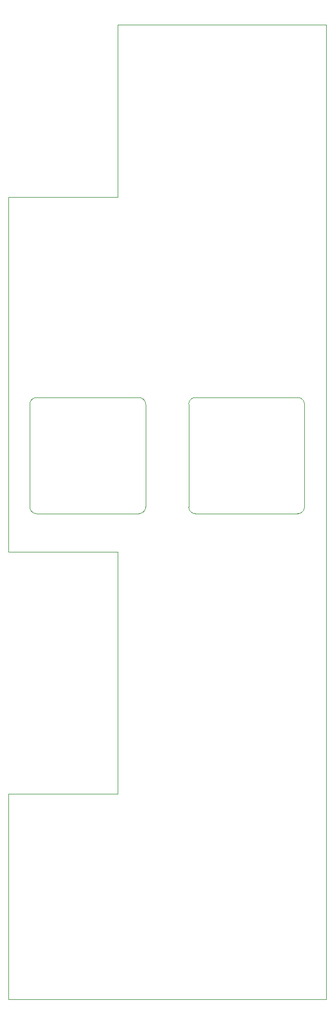
<source format=gm1>
%TF.GenerationSoftware,KiCad,Pcbnew,9.0.0*%
%TF.CreationDate,2025-03-16T11:52:38+01:00*%
%TF.ProjectId,DMH_Transistor_VCA_PCB_Conn,444d485f-5472-4616-9e73-6973746f725f,1*%
%TF.SameCoordinates,Original*%
%TF.FileFunction,Profile,NP*%
%FSLAX46Y46*%
G04 Gerber Fmt 4.6, Leading zero omitted, Abs format (unit mm)*
G04 Created by KiCad (PCBNEW 9.0.0) date 2025-03-16 11:52:38*
%MOMM*%
%LPD*%
G01*
G04 APERTURE LIST*
%TA.AperFunction,Profile*%
%ADD10C,0.100000*%
%TD*%
G04 APERTURE END LIST*
D10*
X99000000Y-53000000D02*
X99000000Y-200000000D01*
X67500000Y-79000000D02*
X67500000Y-53000000D01*
X78250000Y-110250000D02*
G75*
G02*
X79250000Y-109250000I1000000J0D01*
G01*
X79250000Y-109250000D02*
X94750000Y-109250000D01*
X67500000Y-53000000D02*
X99000000Y-53000000D01*
X55250000Y-109250000D02*
X70750000Y-109250000D01*
X51000000Y-132500000D02*
X67500000Y-132500000D01*
X95750000Y-125750000D02*
G75*
G02*
X94750000Y-126750000I-1000000J0D01*
G01*
X67500000Y-132500000D02*
X67500000Y-169000000D01*
X67500000Y-169000000D02*
X51000000Y-169000000D01*
X71750000Y-125750000D02*
G75*
G02*
X70750000Y-126750000I-1000000J0D01*
G01*
X70750000Y-126750000D02*
X55250000Y-126750000D01*
X71750000Y-110250000D02*
X71750000Y-125750000D01*
X54250000Y-110250000D02*
G75*
G02*
X55250000Y-109250000I1000000J0D01*
G01*
X79250000Y-126750000D02*
G75*
G02*
X78250000Y-125750000I0J1000000D01*
G01*
X70750000Y-109250000D02*
G75*
G02*
X71750000Y-110250000I0J-1000000D01*
G01*
X51000000Y-79000000D02*
X67500000Y-79000000D01*
X78250000Y-125750000D02*
X78250000Y-110250000D01*
X99000000Y-200000000D02*
X51000000Y-200000000D01*
X54250000Y-125750000D02*
X54250000Y-110250000D01*
X55250000Y-126750000D02*
G75*
G02*
X54250000Y-125750000I0J1000000D01*
G01*
X94750000Y-109250000D02*
G75*
G02*
X95750000Y-110250000I0J-1000000D01*
G01*
X95750000Y-110250000D02*
X95750000Y-125750000D01*
X51000000Y-132500000D02*
X51000000Y-79000000D01*
X51000000Y-169000000D02*
X51000000Y-200000000D01*
X94750000Y-126750000D02*
X79250000Y-126750000D01*
M02*

</source>
